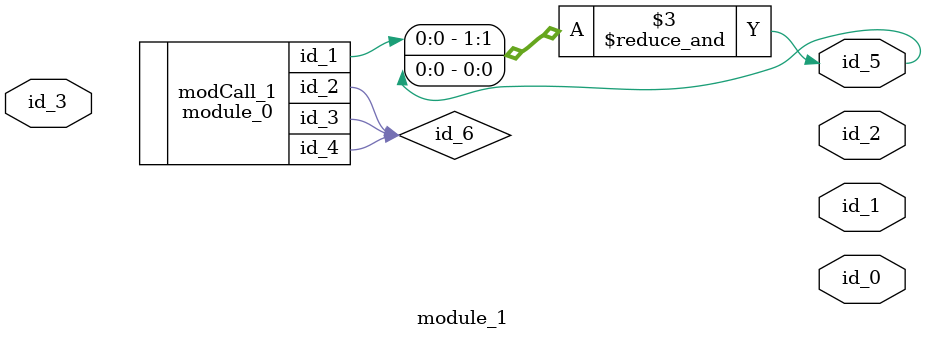
<source format=v>
module module_0 (
    id_1,
    id_2,
    id_3,
    id_4
);
  output wire id_4;
  inout wire id_3;
  inout wire id_2;
  output wire id_1;
  assign id_2 = id_3;
  wire id_5;
  assign id_1 = 1;
  supply1 id_6, id_7, id_8, id_9, id_10, id_11, id_12, id_13, id_14, id_15;
  wire id_16;
  tri  id_17 = 1;
  assign module_1.id_5 = 0;
  assign id_6 = 1 ^ 1'b0;
endmodule
module module_1 (
    output wand id_0
    , id_5,
    output tri  id_1,
    output wor  id_2,
    input  wire id_3
);
  wire id_6;
  module_0 modCall_1 (
      id_5,
      id_6,
      id_6,
      id_6
  );
  assign id_5 = id_5 | id_5;
  wire id_7;
endmodule

</source>
